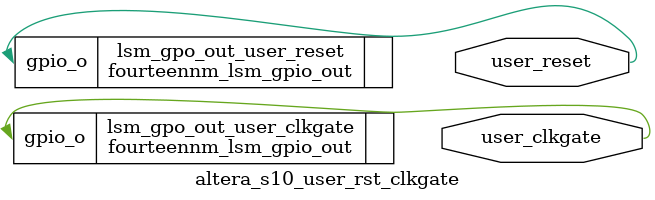
<source format=sv>



`timescale 1 ns / 1 ns
module altera_s10_user_rst_clkgate #(
		parameter USER_RESET_DELAY = "0",
		parameter USER_CLKGATE_DELAY = "0"
		
	) (
		output user_reset,
		output user_clkgate
	);
	
	fourteennm_lsm_gpio_out #(
					.bitpos       (-1),
					.role         ("postuser"),
					.timingseq    (USER_RESET_DELAY)
					) lsm_gpo_out_user_reset (
					.gpio_o        (user_reset)
					);
					
   fourteennm_lsm_gpio_out #(
					.bitpos       (-1),
					.role         ("postuser"),
					.timingseq    (USER_CLKGATE_DELAY )
					) lsm_gpo_out_user_clkgate (
					.gpio_o        (user_clkgate)
					);
	
endmodule

</source>
